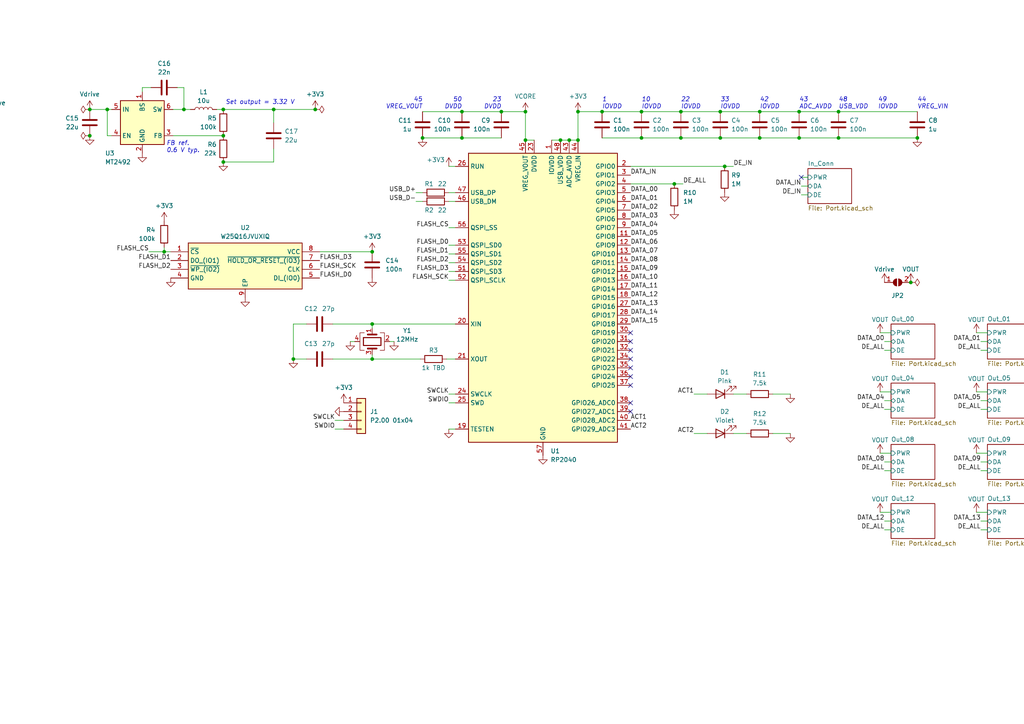
<source format=kicad_sch>
(kicad_sch (version 20230121) (generator eeschema)
  (paper "A4")
  (junction (at 220.345 32.385))
  (junction (at 26.035 31.75))
  (junction (at 165.1 40.64))
  (junction (at 107.95 73.025))
  (junction (at 174.625 32.385))
  (junction (at 220.345 40.005))
  (junction (at 243.205 40.005))
  (junction (at 31.115 31.75))
  (junction (at 266.065 40.005))
  (junction (at 152.4 32.385))
  (junction (at 186.055 40.005))
  (junction (at 197.485 40.005))
  (junction (at 64.77 39.37))
  (junction (at 195.58 53.34))
  (junction (at 26.035 39.37))
  (junction (at 243.205 32.385))
  (junction (at 167.64 40.64))
  (junction (at 47.625 73.025))
  (junction (at 186.055 32.385))
  (junction (at -70.485 40.64))
  (junction (at 133.985 32.385))
  (junction (at 79.375 31.75))
  (junction (at 208.915 40.005))
  (junction (at -28.575 37.465))
  (junction (at -70.485 43.18))
  (junction (at 231.775 32.385))
  (junction (at 85.09 104.14))
  (junction (at 162.56 40.64))
  (junction (at 107.95 104.14))
  (junction (at 91.44 31.75))
  (junction (at -68.58 25.4))
  (junction (at 167.64 32.385))
  (junction (at 264.16 81.915))
  (junction (at 145.415 32.385))
  (junction (at 107.95 93.98))
  (junction (at 197.485 32.385))
  (junction (at 231.775 40.005))
  (junction (at 64.77 31.75))
  (junction (at 152.4 40.64))
  (junction (at 53.34 31.75))
  (junction (at 133.985 40.005))
  (junction (at 64.77 46.99))
  (junction (at 210.185 48.26))
  (junction (at -46.99 74.93))
  (junction (at 208.915 32.385))
  (junction (at 122.555 40.005))
  (no_connect (at 182.88 96.52))
  (no_connect (at 182.88 111.76))
  (no_connect (at 182.88 99.06))
  (no_connect (at 182.88 119.38))
  (no_connect (at 182.88 104.14))
  (no_connect (at -93.345 63.5))
  (no_connect (at 182.88 106.68))
  (no_connect (at 182.88 109.22))
  (no_connect (at 232.41 51.435))
  (no_connect (at 182.88 116.84))
  (no_connect (at 182.88 101.6))
  (wire (pts (xy 311.15 131.445) (xy 314.325 131.445)))
  (wire (pts (xy -8.89 31.115) (xy -8.89 34.29)))
  (wire (pts (xy -69.215 43.18) (xy -70.485 43.18)))
  (wire (pts (xy -8.89 34.29) (xy -1.27 34.29)))
  (wire (pts (xy 130.175 66.04) (xy 132.08 66.04)))
  (wire (pts (xy 107.95 104.14) (xy 121.92 104.14)))
  (wire (pts (xy -51.435 26.035) (xy -51.435 27.94)))
  (wire (pts (xy 85.09 93.98) (xy 85.09 104.14)))
  (wire (pts (xy 232.41 51.435) (xy 234.315 51.435)))
  (wire (pts (xy 198.12 53.34) (xy 195.58 53.34)))
  (wire (pts (xy -28.575 37.465) (xy -22.225 37.465)))
  (wire (pts (xy -64.77 30.48) (xy -70.485 30.48)))
  (wire (pts (xy 64.77 31.75) (xy 79.375 31.75)))
  (wire (pts (xy 340.36 116.205) (xy 342.265 116.205)))
  (wire (pts (xy 208.915 40.005) (xy 220.345 40.005)))
  (wire (pts (xy 256.54 136.525) (xy 258.445 136.525)))
  (wire (pts (xy 339.09 148.59) (xy 342.265 148.59)))
  (wire (pts (xy 224.155 114.3) (xy 229.235 114.3)))
  (wire (pts (xy 47.625 73.025) (xy 43.18 73.025)))
  (wire (pts (xy 312.42 133.985) (xy 314.325 133.985)))
  (wire (pts (xy 284.48 133.985) (xy 286.385 133.985)))
  (wire (pts (xy 220.345 32.385) (xy 231.775 32.385)))
  (wire (pts (xy 31.115 31.75) (xy 32.385 31.75)))
  (wire (pts (xy 114.3 99.06) (xy 113.03 99.06)))
  (wire (pts (xy 41.275 26.67) (xy 41.275 25.4)))
  (wire (pts (xy 130.175 81.28) (xy 132.08 81.28)))
  (wire (pts (xy 312.42 101.6) (xy 314.325 101.6)))
  (wire (pts (xy 312.42 99.06) (xy 314.325 99.06)))
  (wire (pts (xy 340.36 101.6) (xy 342.265 101.6)))
  (wire (pts (xy 130.175 48.26) (xy 132.08 48.26)))
  (wire (pts (xy 340.36 136.525) (xy 342.265 136.525)))
  (wire (pts (xy -62.865 27.94) (xy -59.69 27.94)))
  (wire (pts (xy 162.56 40.64) (xy 165.1 40.64)))
  (wire (pts (xy 32.385 39.37) (xy 31.115 39.37)))
  (wire (pts (xy -70.485 43.18) (xy -70.485 45.72)))
  (wire (pts (xy 130.175 58.42) (xy 132.08 58.42)))
  (wire (pts (xy 92.71 73.025) (xy 107.95 73.025)))
  (wire (pts (xy 255.27 131.445) (xy 258.445 131.445)))
  (wire (pts (xy 312.42 151.13) (xy 314.325 151.13)))
  (wire (pts (xy 283.21 113.665) (xy 286.385 113.665)))
  (wire (pts (xy 130.175 76.2) (xy 132.08 76.2)))
  (wire (pts (xy 312.42 118.745) (xy 314.325 118.745)))
  (wire (pts (xy 255.27 96.52) (xy 258.445 96.52)))
  (wire (pts (xy 96.52 93.98) (xy 107.95 93.98)))
  (wire (pts (xy -70.485 38.1) (xy -70.485 40.64)))
  (wire (pts (xy 256.54 99.06) (xy 258.445 99.06)))
  (wire (pts (xy 122.555 40.005) (xy 133.985 40.005)))
  (wire (pts (xy 255.27 113.665) (xy 258.445 113.665)))
  (wire (pts (xy 107.95 93.98) (xy 107.95 95.25)))
  (wire (pts (xy 243.205 40.005) (xy 266.065 40.005)))
  (wire (pts (xy 53.34 25.4) (xy 51.435 25.4)))
  (wire (pts (xy 145.415 32.385) (xy 152.4 32.385)))
  (wire (pts (xy 167.64 32.385) (xy 174.625 32.385)))
  (wire (pts (xy 197.485 40.005) (xy 208.915 40.005)))
  (wire (pts (xy 340.36 151.13) (xy 342.265 151.13)))
  (wire (pts (xy 182.88 48.26) (xy 210.185 48.26)))
  (wire (pts (xy 88.9 93.98) (xy 85.09 93.98)))
  (wire (pts (xy 284.48 101.6) (xy 286.385 101.6)))
  (wire (pts (xy 212.725 48.26) (xy 210.185 48.26)))
  (wire (pts (xy 312.42 116.205) (xy 314.325 116.205)))
  (wire (pts (xy 122.555 32.385) (xy 133.985 32.385)))
  (wire (pts (xy 232.41 56.515) (xy 234.315 56.515)))
  (wire (pts (xy 79.375 31.75) (xy 79.375 35.56)))
  (wire (pts (xy 47.625 73.025) (xy 49.53 73.025)))
  (wire (pts (xy 107.95 102.87) (xy 107.95 104.14)))
  (wire (pts (xy 284.48 151.13) (xy 286.385 151.13)))
  (wire (pts (xy 186.055 40.005) (xy 197.485 40.005)))
  (wire (pts (xy 284.48 116.205) (xy 286.385 116.205)))
  (wire (pts (xy 216.535 125.73) (xy 212.725 125.73)))
  (wire (pts (xy 311.15 96.52) (xy 314.325 96.52)))
  (wire (pts (xy 312.42 136.525) (xy 314.325 136.525)))
  (wire (pts (xy -16.51 53.975) (xy -18.415 53.975)))
  (wire (pts (xy 130.175 71.12) (xy 132.08 71.12)))
  (wire (pts (xy -64.77 26.035) (xy -51.435 26.035)))
  (wire (pts (xy -28.575 37.465) (xy -28.575 46.355)))
  (wire (pts (xy -16.51 59.055) (xy -18.415 59.055)))
  (wire (pts (xy 41.275 25.4) (xy 43.815 25.4)))
  (wire (pts (xy 255.27 148.59) (xy 258.445 148.59)))
  (wire (pts (xy 311.15 148.59) (xy 314.325 148.59)))
  (wire (pts (xy 231.775 40.005) (xy 243.205 40.005)))
  (wire (pts (xy 311.15 113.665) (xy 314.325 113.665)))
  (wire (pts (xy 130.175 116.84) (xy 132.08 116.84)))
  (wire (pts (xy 201.295 125.73) (xy 205.105 125.73)))
  (wire (pts (xy 312.42 153.67) (xy 314.325 153.67)))
  (wire (pts (xy 120.65 55.88) (xy 122.555 55.88)))
  (wire (pts (xy 53.34 25.4) (xy 53.34 31.75)))
  (wire (pts (xy 197.485 32.385) (xy 208.915 32.385)))
  (wire (pts (xy 55.245 31.75) (xy 53.34 31.75)))
  (wire (pts (xy 50.165 31.75) (xy 53.34 31.75)))
  (wire (pts (xy 130.175 73.66) (xy 132.08 73.66)))
  (wire (pts (xy 130.175 55.88) (xy 132.08 55.88)))
  (wire (pts (xy 256.54 151.13) (xy 258.445 151.13)))
  (wire (pts (xy 284.48 136.525) (xy 286.385 136.525)))
  (wire (pts (xy 201.295 114.3) (xy 205.105 114.3)))
  (wire (pts (xy 256.54 101.6) (xy 258.445 101.6)))
  (wire (pts (xy 79.375 43.18) (xy 79.375 46.99)))
  (wire (pts (xy 97.155 121.92) (xy 99.695 121.92)))
  (wire (pts (xy 79.375 31.75) (xy 91.44 31.75)))
  (wire (pts (xy 174.625 32.385) (xy 186.055 32.385)))
  (wire (pts (xy 232.41 53.975) (xy 234.315 53.975)))
  (wire (pts (xy 101.6 99.06) (xy 102.87 99.06)))
  (wire (pts (xy 284.48 99.06) (xy 286.385 99.06)))
  (wire (pts (xy 340.36 153.67) (xy 342.265 153.67)))
  (wire (pts (xy 130.175 124.46) (xy 132.08 124.46)))
  (wire (pts (xy 167.64 32.385) (xy 167.64 40.64)))
  (wire (pts (xy 283.21 131.445) (xy 286.385 131.445)))
  (wire (pts (xy 220.345 40.005) (xy 231.775 40.005)))
  (wire (pts (xy 339.09 131.445) (xy 342.265 131.445)))
  (wire (pts (xy 340.36 133.985) (xy 342.265 133.985)))
  (wire (pts (xy 283.21 148.59) (xy 286.385 148.59)))
  (wire (pts (xy 129.54 104.14) (xy 132.08 104.14)))
  (wire (pts (xy 160.02 40.64) (xy 162.56 40.64)))
  (wire (pts (xy 243.205 32.385) (xy 266.065 32.385)))
  (wire (pts (xy -40.64 59.055) (xy -38.735 59.055)))
  (wire (pts (xy 165.1 40.64) (xy 167.64 40.64)))
  (wire (pts (xy 31.115 39.37) (xy 31.115 31.75)))
  (wire (pts (xy 208.915 32.385) (xy 220.345 32.385)))
  (wire (pts (xy 186.055 32.385) (xy 197.485 32.385)))
  (wire (pts (xy 79.375 46.99) (xy 64.77 46.99)))
  (wire (pts (xy 256.54 116.205) (xy 258.445 116.205)))
  (wire (pts (xy 62.865 31.75) (xy 64.77 31.75)))
  (wire (pts (xy 107.95 93.98) (xy 132.08 93.98)))
  (wire (pts (xy 231.775 32.385) (xy 243.205 32.385)))
  (wire (pts (xy 224.155 125.73) (xy 229.235 125.73)))
  (wire (pts (xy 256.54 133.985) (xy 258.445 133.985)))
  (wire (pts (xy 339.09 113.665) (xy 342.265 113.665)))
  (wire (pts (xy 174.625 40.005) (xy 186.055 40.005)))
  (wire (pts (xy 339.09 96.52) (xy 342.265 96.52)))
  (wire (pts (xy -69.215 40.64) (xy -70.485 40.64)))
  (wire (pts (xy 96.52 104.14) (xy 107.95 104.14)))
  (wire (pts (xy 152.4 40.64) (xy 154.94 40.64)))
  (wire (pts (xy 85.09 104.14) (xy 88.9 104.14)))
  (wire (pts (xy -64.77 26.035) (xy -64.77 30.48)))
  (wire (pts (xy 120.65 58.42) (xy 122.555 58.42)))
  (wire (pts (xy 133.985 32.385) (xy 145.415 32.385)))
  (wire (pts (xy 284.48 153.67) (xy 286.385 153.67)))
  (wire (pts (xy 284.48 118.745) (xy 286.385 118.745)))
  (wire (pts (xy 340.36 118.745) (xy 342.265 118.745)))
  (wire (pts (xy -62.865 27.94) (xy -62.865 33.02)))
  (wire (pts (xy 256.54 153.67) (xy 258.445 153.67)))
  (wire (pts (xy -40.64 53.975) (xy -38.735 53.975)))
  (wire (pts (xy 26.035 31.75) (xy 31.115 31.75)))
  (wire (pts (xy 152.4 32.385) (xy 152.4 40.64)))
  (wire (pts (xy 283.21 96.52) (xy 286.385 96.52)))
  (wire (pts (xy -68.58 25.4) (xy -70.485 25.4)))
  (wire (pts (xy 130.175 114.3) (xy 132.08 114.3)))
  (wire (pts (xy 340.36 99.06) (xy 342.265 99.06)))
  (wire (pts (xy 256.54 118.745) (xy 258.445 118.745)))
  (wire (pts (xy 130.175 78.74) (xy 132.08 78.74)))
  (wire (pts (xy 50.165 39.37) (xy 64.77 39.37)))
  (wire (pts (xy 47.625 71.755) (xy 47.625 73.025)))
  (wire (pts (xy 182.88 53.34) (xy 195.58 53.34)))
  (wire (pts (xy 97.155 124.46) (xy 99.695 124.46)))
  (wire (pts (xy 133.985 40.005) (xy 145.415 40.005)))
  (wire (pts (xy -62.865 33.02) (xy -70.485 33.02)))
  (wire (pts (xy 216.535 114.3) (xy 212.725 114.3)))
  (text "10\nIOVDD" (at 186.055 31.75 0) (effects (font (size 1.27 1.27) italic) (justify left bottom)))
  (text "50\nDVDD" (at 133.985 31.75 0) (effects (font (size 1.27 1.27) italic) (justify right bottom)))
  (text "45\nVREG_VOUT" (at 122.555 31.75 0) (effects (font (size 1.27 1.27) italic) (justify right bottom)))
  (text "22\nIOVDD" (at 197.485 31.75 0) (effects (font (size 1.27 1.27) italic) (justify left bottom)))
  (text "Set output = 3.32 V" (at 65.405 30.48 0) (effects (font (size 1.27 1.27) italic) (justify left bottom)))
  (text "23\nDVDD" (at 145.415 31.75 0) (effects (font (size 1.27 1.27) italic) (justify right bottom)))
  (text "44\nVREG_VIN" (at 266.065 31.75 0) (effects (font (size 1.27 1.27) italic) (justify left bottom)))
  (text "42\nIOVDD" (at 220.345 31.75 0) (effects (font (size 1.27 1.27) italic) (justify left bottom)))
  (text "33\nIOVDD" (at 208.915 31.75 0) (effects (font (size 1.27 1.27) italic) (justify left bottom)))
  (text "49\nIOVDD" (at 254.635 31.75 0) (effects (font (size 1.27 1.27) italic) (justify left bottom)))
  (text "FB ref.\n0.6 V typ." (at 48.26 44.45 0) (effects (font (size 1.27 1.27) italic) (justify left bottom)))
  (text "43\nADC_AVDD" (at 231.775 31.75 0) (effects (font (size 1.27 1.27) italic) (justify left bottom)))
  (text "1\nIOVDD" (at 174.625 31.75 0) (effects (font (size 1.27 1.27) italic) (justify left bottom)))
  (text "48\nUSB_VDD" (at 243.205 31.75 0) (effects (font (size 1.27 1.27) italic) (justify left bottom)))
  (label "DATA_07" (at 340.36 116.205 180))
  (label "ACT1" (at 201.295 114.3 180))
  (label "FLASH_SCK" (at 92.71 78.105 0))
  (label "DATA_00" (at 182.88 55.88 0))
  (label "USB_D+" (at 120.65 55.88 180))
  (label "USB_RAW_D+" (at -40.64 53.975 180))
  (label "DATA_03" (at 340.36 99.06 180))
  (label "DATA_14" (at 182.88 91.44 0))
  (label "DATA_IN" (at 182.88 50.8 0))
  (label "USB_D+" (at -40.64 59.055 180))
  (label "ACT2" (at 201.295 125.73 180))
  (label "SWDIO" (at 97.155 124.46 180))
  (label "USB_RAW_D-" (at -69.215 40.64 0))
  (label "DATA_11" (at 340.36 133.985 180))
  (label "DE_ALL" (at 284.48 101.6 180))
  (label "DE_ALL" (at 256.54 153.67 180))
  (label "DATA_05" (at 182.88 68.58 0))
  (label "USB_RAW_D-" (at -16.51 53.975 0))
  (label "DATA_04" (at 256.54 116.205 180))
  (label "DATA_06" (at 182.88 71.12 0))
  (label "DE_ALL" (at 312.42 101.6 180))
  (label "FLASH_D0" (at 130.175 71.12 180))
  (label "FLASH_SCK" (at 130.175 81.28 180))
  (label "DATA_02" (at 312.42 99.06 180))
  (label "DATA_14" (at 312.42 151.13 180))
  (label "DATA_11" (at 182.88 83.82 0))
  (label "FLASH_D2" (at 130.175 76.2 180))
  (label "DE_ALL" (at 284.48 153.67 180))
  (label "FLASH_D2" (at 49.53 78.105 180))
  (label "DE_ALL" (at 284.48 118.745 180))
  (label "DE_ALL" (at 256.54 101.6 180))
  (label "DE_ALL" (at 312.42 136.525 180))
  (label "USB_D-" (at 120.65 58.42 180))
  (label "DE_ALL" (at 256.54 118.745 180))
  (label "FLASH_CS" (at 43.18 73.025 180))
  (label "DATA_13" (at 182.88 88.9 0))
  (label "DATA_04" (at 182.88 66.04 0))
  (label "DATA_03" (at 182.88 63.5 0))
  (label "FLASH_D1" (at 130.175 73.66 180))
  (label "DE_ALL" (at 340.36 118.745 180))
  (label "DE_ALL" (at 340.36 101.6 180))
  (label "DE_ALL" (at 198.12 53.34 0))
  (label "DATA_07" (at 182.88 73.66 0))
  (label "DATA_08" (at 182.88 76.2 0))
  (label "DATA_15" (at 340.36 151.13 180))
  (label "DATA_09" (at 182.88 78.74 0))
  (label "DATA_15" (at 182.88 93.98 0))
  (label "DE_ALL" (at 340.36 153.67 180))
  (label "USB_D-" (at -16.51 59.055 0))
  (label "DATA_05" (at 284.48 116.205 180))
  (label "DE_ALL" (at 312.42 153.67 180))
  (label "ACT2" (at 182.88 124.46 0))
  (label "DATA_00" (at 256.54 99.06 180))
  (label "DATA_13" (at 284.48 151.13 180))
  (label "DATA_01" (at 182.88 58.42 0))
  (label "DATA_06" (at 312.42 116.205 180))
  (label "DE_ALL" (at 312.42 118.745 180))
  (label "FLASH_D1" (at 49.53 75.565 180))
  (label "DATA_01" (at 284.48 99.06 180))
  (label "DE_ALL" (at 256.54 136.525 180))
  (label "SWCLK" (at 130.175 114.3 180))
  (label "SWDIO" (at 130.175 116.84 180))
  (label "DATA_09" (at 284.48 133.985 180))
  (label "DATA_12" (at 256.54 151.13 180))
  (label "ACT1" (at 182.88 121.92 0))
  (label "FLASH_D3" (at 92.71 75.565 0))
  (label "DATA_08" (at 256.54 133.985 180))
  (label "DE_ALL" (at 340.36 136.525 180))
  (label "USB_RAW_D+" (at -69.215 43.18 0))
  (label "DE_ALL" (at 284.48 136.525 180))
  (label "DATA_IN" (at 232.41 53.975 180))
  (label "FLASH_CS" (at 130.175 66.04 180))
  (label "DATA_02" (at 182.88 60.96 0))
  (label "FLASH_D0" (at 92.71 80.645 0))
  (label "FLASH_D3" (at 130.175 78.74 180))
  (label "DE_IN" (at 232.41 56.515 180))
  (label "DE_IN" (at 212.725 48.26 0))
  (label "SWCLK" (at 97.155 121.92 180))
  (label "DATA_12" (at 182.88 86.36 0))
  (label "DATA_10" (at 312.42 133.985 180))
  (label "DATA_10" (at 182.88 81.28 0))
  (symbol (lib_id "Device:R") (at 125.73 104.14 90) (unit 1)
    (property "Reference" "R3" (at 125.73 101.6 90))
    (property "Value" "1k TBD" (at 125.73 106.68 90))
    (property "Footprint" "Resistor_SMD:R_0402_1005Metric" (effects hide))
  )
  (symbol (lib_id "Device:C") (at 186.055 36.195 0) (unit 1)
    (property "Reference" "C2" (at 189.23 34.925 0) (effects (justify left)))
    (property "Value" "100n" (at 189.23 37.465 0) (effects (justify left)))
    (property "Footprint" "Capacitor_SMD:C_0402_1005Metric" (effects hide))
  )
  (symbol (lib_id "Device:C") (at 122.555 36.195 0) (mirror y) (unit 1)
    (property "Reference" "C11" (at 119.38 34.925 0) (effects (justify left)))
    (property "Value" "1u" (at 119.38 37.465 0) (effects (justify left)))
    (property "Footprint" "Capacitor_SMD:C_0402_1005Metric" (effects hide))
  )
  (symbol (lib_id "Case_symbols:VOUT") (at 283.21 131.445 0) (unit 1)
    (property "Reference" "#PWR053" (effects hide))
    (property "Value" "VOUT" (at 283.21 127.635 0))
  )
  (symbol (lib_id "power:GND") (at 157.48 132.08 0) (unit 1)
    (property "Reference" "#PWR020" (effects hide))
    (property "Value" "GND" (effects hide))
  )
  (symbol (lib_id "power:GND") (at 195.58 60.96 0) (unit 1)
    (property "Reference" "#PWR042" (effects hide))
    (property "Value" "GND" (effects hide))
  )
  (symbol (lib_id "Device:C") (at 243.205 36.195 0) (unit 1)
    (property "Reference" "C7" (at 246.38 34.925 0) (effects (justify left)))
    (property "Value" "100n" (at 246.38 37.465 0) (effects (justify left)))
    (property "Footprint" "Capacitor_SMD:C_0402_1005Metric" (effects hide))
  )
  (symbol (lib_id "power:PWR_FLAG") (at -68.58 25.4 270) (unit 1)
    (property "Reference" "#FLG04" (effects hide))
    (property "Value" "PWR_FLAG" (effects hide))
  )
  (symbol (lib_id "Device:C") (at 133.985 36.195 0) (mirror y) (unit 1)
    (property "Reference" "C10" (at 130.81 34.925 0) (effects (justify left)))
    (property "Value" "100n" (at 130.81 37.465 0) (effects (justify left)))
    (property "Footprint" "Capacitor_SMD:C_0402_1005Metric" (effects hide))
  )
  (symbol (lib_id "power:GND") (at 229.235 114.3 0) (unit 1)
    (property "Reference" "#PWR059" (effects hide))
    (property "Value" "GND" (effects hide))
  )
  (symbol (lib_id "power:Vdrive") (at 26.035 31.75 0) (unit 1)
    (property "Reference" "#PWR01" (effects hide))
    (property "Value" "Vdrive" (at 26.035 27.305 0))
  )
  (symbol (lib_id "power:PWR_FLAG") (at 26.035 31.75 90) (unit 1)
    (property "Reference" "#FLG02" (effects hide))
    (property "Value" "PWR_FLAG" (effects hide))
  )
  (symbol (lib_id "Jumper:SolderJumper_3_Open") (at -8.89 27.305 0) (unit 1)
    (property "Reference" "JP1" (at -8.89 24.13 0))
    (property "Value" "SolderJumper_3_Open" (effects hide))
    (property "Footprint" "Jumper:SolderJumper-3_P1.3mm_Open_RoundedPad1.0x1.5mm" (effects hide))
  )
  (symbol (lib_id "MCU_RaspberryPi:RP2040") (at 157.48 86.36 0) (unit 1)
    (property "Reference" "U1" (at 159.6741 130.81 0) (effects (justify left)))
    (property "Value" "RP2040" (at 159.6741 133.35 0) (effects (justify left)))
    (property "Footprint" "Package_DFN_QFN:QFN-56-1EP_7x7mm_P0.4mm_EP3.2x3.2mm" (effects hide))
    (property "Datasheet" "https://datasheets.raspberrypi.com/rp2040/rp2040-datasheet.pdf" (effects hide))
  )
  (symbol (lib_id "Case_symbols:VOUT") (at 311.15 113.665 0) (unit 1)
    (property "Reference" "#PWR049" (effects hide))
    (property "Value" "VOUT" (at 311.15 109.855 0))
  )
  (symbol (lib_id "power:PWR_FLAG") (at 264.16 81.915 270) (unit 1)
    (property "Reference" "#FLG06" (effects hide))
    (property "Value" "PWR_FLAG" (effects hide))
  )
  (symbol (lib_id "power:GND") (at 64.77 46.99 0) (mirror y) (unit 1)
    (property "Reference" "#PWR05" (effects hide))
    (property "Value" "GND" (effects hide))
  )
  (symbol (lib_id "power:GND") (at 130.175 124.46 0) (unit 1)
    (property "Reference" "#PWR018" (effects hide))
    (property "Value" "GND" (effects hide))
  )
  (symbol (lib_id "power:+5V") (at -28.575 37.465 0) (unit 1)
    (property "Reference" "#PWR023" (effects hide))
    (property "Value" "+5V" (at -28.575 33.02 0))
  )
  (symbol (lib_id "Device:R") (at -51.435 31.75 0) (mirror x) (unit 1)
    (property "Reference" "R7" (at -49.53 30.48 0) (effects (justify left)))
    (property "Value" "5.1k" (at -49.53 33.02 0) (effects (justify left)))
    (property "Footprint" "Resistor_SMD:R_0402_1005Metric" (effects hide))
  )
  (symbol (lib_id "power:GND") (at -51.435 35.56 0) (unit 1)
    (property "Reference" "#PWR029" (effects hide))
    (property "Value" "GND" (effects hide))
  )
  (symbol (lib_id "Device:R") (at 210.185 52.07 0) (unit 1)
    (property "Reference" "R9" (at 212.09 50.8 0) (effects (justify left)))
    (property "Value" "1M" (at 212.09 53.34 0) (effects (justify left)))
    (property "Footprint" "Resistor_SMD:R_0402_1005Metric" (effects hide))
  )
  (symbol (lib_id "Device:R") (at 64.77 43.18 0) (mirror y) (unit 1)
    (property "Reference" "R6" (at 62.865 41.91 0) (effects (justify left)))
    (property "Value" "22k" (at 62.865 44.45 0) (effects (justify left)))
    (property "Footprint" "Resistor_SMD:R_0402_1005Metric" (effects hide))
  )
  (symbol (lib_id "Device:R") (at 47.625 67.945 180) (unit 1)
    (property "Reference" "R4" (at 45.085 66.675 0) (effects (justify left)))
    (property "Value" "100k" (at 45.085 69.215 0) (effects (justify left)))
    (property "Footprint" "Resistor_SMD:R_0402_1005Metric" (effects hide))
  )
  (symbol (lib_id "power:+3V3") (at 167.64 32.385 0) (unit 1)
    (property "Reference" "#PWR021" (effects hide))
    (property "Value" "+3V3" (at 167.64 27.94 0))
  )
  (symbol (lib_id "Device:C") (at 26.035 35.56 0) (mirror y) (unit 1)
    (property "Reference" "C15" (at 22.86 34.29 0) (effects (justify left)))
    (property "Value" "22u" (at 22.86 36.83 0) (effects (justify left)))
    (property "Footprint" "Capacitor_SMD:C_0603_1608Metric" (effects hide))
  )
  (symbol (lib_id "MT2492:MT2492") (at 32.385 31.75 0) (unit 1)
    (property "Reference" "U3" (at 30.48 44.45 0) (effects (justify left)))
    (property "Value" "MT2492" (at 30.48 46.99 0) (effects (justify left)))
    (property "Footprint" "Package_TO_SOT_SMD:SOT-23-6" (effects hide))
    (property "Datasheet" "https://datasheet.lcsc.com/lcsc/1810262207_XI-AN-Aerosemi-Tech-MT2492_C89358.pdf" (effects hide))
    (property "Height" "1.45" (effects hide))
    (property "Manufacturer_Name" "Aerosemi" (effects hide))
    (property "Manufacturer_Part_Number" "MT2492" (effects hide))
  )
  (symbol (lib_id "power:GND") (at -28.575 66.675 0) (unit 1)
    (property "Reference" "#PWR024" (effects hide))
    (property "Value" "GND" (effects hide))
  )
  (symbol (lib_id "power:GND") (at 71.12 86.36 0) (unit 1)
    (property "Reference" "#PWR06" (effects hide))
    (property "Value" "GND" (effects hide))
  )
  (symbol (lib_id "Device:R") (at 220.345 125.73 90) (unit 1)
    (property "Reference" "R12" (at 220.345 120.015 90))
    (property "Value" "7.5k" (at 220.345 122.555 90))
    (property "Footprint" "Resistor_SMD:R_0402_1005Metric" (effects hide))
  )
  (symbol (lib_id "Power_Protection:USBLC6-2SC6") (at -28.575 56.515 0) (unit 1)
    (property "Reference" "U4" (at -25.4 66.04 0) (effects (justify left)))
    (property "Value" "USBLC6-2SC6" (at -25.4 68.58 0) (effects (justify left)))
    (property "Footprint" "Package_TO_SOT_SMD:SOT-23-6" (effects hide))
    (property "Datasheet" "https://www.st.com/resource/en/datasheet/usblc6-2.pdf" (effects hide))
  )
  (symbol (lib_id "Connector_Generic:Conn_01x04") (at 104.775 119.38 0) (unit 1)
    (property "Reference" "J1" (at 107.315 119.38 0) (effects (justify left)))
    (property "Value" "P2.00 01x04" (at 107.315 121.92 0) (effects (justify left)))
    (property "Footprint" "Case_footprints:TestPoints_1x04_P2.0" (effects hide))
  )
  (symbol (lib_id "power:+3V3") (at 47.625 64.135 0) (unit 1)
    (property "Reference" "#PWR016" (effects hide))
    (property "Value" "+3V3" (at 47.625 59.69 0))
  )
  (symbol (lib_id "Case_symbols:VOUT") (at 255.27 96.52 0) (unit 1)
    (property "Reference" "#PWR041" (effects hide))
    (property "Value" "VOUT" (at 255.27 92.71 0))
  )
  (symbol (lib_id "Case_symbols:VOUT") (at 264.16 81.915 0) (unit 1)
    (property "Reference" "#PWR037" (effects hide))
    (property "Value" "VOUT" (at 264.16 78.105 0))
  )
  (symbol (lib_id "Case_symbols:VOUT") (at 311.15 131.445 0) (unit 1)
    (property "Reference" "#PWR055" (effects hide))
    (property "Value" "VOUT" (at 311.15 127.635 0))
  )
  (symbol (lib_id "Device:C") (at 107.95 76.835 0) (unit 1)
    (property "Reference" "C14" (at 111.76 75.565 0) (effects (justify left)))
    (property "Value" "100n" (at 111.76 78.105 0) (effects (justify left)))
    (property "Footprint" "Capacitor_SMD:C_0402_1005Metric" (effects hide))
  )
  (symbol (lib_id "Device:R") (at 126.365 58.42 90) (mirror x) (unit 1)
    (property "Reference" "R2" (at 124.46 60.96 90))
    (property "Value" "22" (at 128.27 60.96 90))
    (property "Footprint" "Resistor_SMD:R_0402_1005Metric" (effects hide))
  )
  (symbol (lib_id "Case_symbols:VOUT") (at 339.09 131.445 0) (unit 1)
    (property "Reference" "#PWR057" (effects hide))
    (property "Value" "VOUT" (at 339.09 127.635 0))
  )
  (symbol (lib_id "Case_symbols:VOUT") (at 339.09 148.59 0) (unit 1)
    (property "Reference" "#PWR058" (effects hide))
    (property "Value" "VOUT" (at 339.09 144.78 0))
  )
  (symbol (lib_id "Device:C") (at 174.625 36.195 0) (unit 1)
    (property "Reference" "C1" (at 177.8 34.925 0) (effects (justify left)))
    (property "Value" "100n" (at 177.8 37.465 0) (effects (justify left)))
    (property "Footprint" "Capacitor_SMD:C_0402_1005Metric" (effects hide))
  )
  (symbol (lib_id "power:+3V3") (at 107.95 73.025 0) (unit 1)
    (property "Reference" "#PWR012" (effects hide))
    (property "Value" "+3V3" (at 107.95 68.58 0))
  )
  (symbol (lib_id "power:GND") (at 107.95 80.645 0) (unit 1)
    (property "Reference" "#PWR013" (effects hide))
    (property "Value" "GND" (effects hide))
  )
  (symbol (lib_id "Device:R") (at 126.365 55.88 90) (unit 1)
    (property "Reference" "R1" (at 124.46 53.34 90))
    (property "Value" "22" (at 128.27 53.34 90))
    (property "Footprint" "Resistor_SMD:R_0402_1005Metric" (effects hide))
  )
  (symbol (lib_id "Connector:USB_C_Receptacle_USB2.0_14P") (at -85.725 40.64 0) (unit 1)
    (property "Reference" "J2" (at -85.725 17.78 0))
    (property "Value" "USB_C_Receptacle_USB2.0_14P" (at -85.725 20.32 0))
    (property "Footprint" "Connector_USB:USB_C_Receptacle_HRO_TYPE-C-31-M-12" (effects hide))
    (property "Datasheet" "https://www.usb.org/sites/default/files/documents/usb_type-c.zip" (effects hide))
  )
  (symbol (lib_id "Case_symbols:VOUT") (at 311.15 96.52 0) (unit 1)
    (property "Reference" "#PWR045" (effects hide))
    (property "Value" "VOUT" (at 311.15 92.71 0))
  )
  (symbol (lib_id "power:GND") (at -22.225 45.085 0) (mirror y) (unit 1)
    (property "Reference" "#PWR025" (effects hide))
    (property "Value" "GND" (effects hide))
  )
  (symbol (lib_id "Device:R") (at 220.345 114.3 90) (unit 1)
    (property "Reference" "R11" (at 220.345 108.585 90))
    (property "Value" "7.5k" (at 220.345 111.125 90))
    (property "Footprint" "Resistor_SMD:R_0402_1005Metric" (effects hide))
  )
  (symbol (lib_id "Device:C") (at 79.375 39.37 0) (unit 1)
    (property "Reference" "C17" (at 82.55 38.1 0) (effects (justify left)))
    (property "Value" "22u" (at 82.55 40.64 0) (effects (justify left)))
    (property "Footprint" "Capacitor_SMD:C_0603_1608Metric" (effects hide))
  )
  (symbol (lib_id "Device:C") (at 208.915 36.195 0) (unit 1)
    (property "Reference" "C4" (at 212.09 34.925 0) (effects (justify left)))
    (property "Value" "100n" (at 212.09 37.465 0) (effects (justify left)))
    (property "Footprint" "Capacitor_SMD:C_0402_1005Metric" (effects hide))
  )
  (symbol (lib_id "Case_symbols:VCORE") (at 152.4 32.385 0) (unit 1)
    (property "Reference" "#PWR019" (effects hide))
    (property "Value" "VCORE" (at 152.4 27.94 0))
  )
  (symbol (lib_id "Device:C") (at 92.71 104.14 90) (unit 1)
    (property "Reference" "C13" (at 90.17 99.695 90))
    (property "Value" "27p" (at 95.25 99.695 90))
    (property "Footprint" "Capacitor_SMD:C_0402_1005Metric" (effects hide))
  )
  (symbol (lib_id "power:+3V3") (at 130.175 48.26 0) (unit 1)
    (property "Reference" "#PWR017" (effects hide))
    (property "Value" "+3V3" (at 126.365 46.355 0))
  )
  (symbol (lib_id "Case_symbols:VOUT") (at 255.27 113.665 0) (unit 1)
    (property "Reference" "#PWR047" (effects hide))
    (property "Value" "VOUT" (at 255.27 109.855 0))
  )
  (symbol (lib_id "Device:R") (at 64.77 35.56 0) (mirror y) (unit 1)
    (property "Reference" "R5" (at 62.865 34.29 0) (effects (justify left)))
    (property "Value" "100k" (at 62.865 36.83 0) (effects (justify left)))
    (property "Footprint" "Resistor_SMD:R_0402_1005Metric" (effects hide))
  )
  (symbol (lib_id "Case_symbols:VIN") (at -46.99 74.93 0) (unit 1)
    (property "Reference" "#PWR033" (effects hide))
    (property "Value" "VIN" (at -46.99 70.485 0))
  )
  (symbol (lib_id "Device:R") (at 195.58 57.15 0) (unit 1)
    (property "Reference" "R10" (at 198.12 55.88 0) (effects (justify left)))
    (property "Value" "1M" (at 198.12 58.42 0) (effects (justify left)))
    (property "Footprint" "Resistor_SMD:R_0402_1005Metric" (effects hide))
  )
  (symbol (lib_id "power:GND") (at 266.065 40.005 0) (unit 1)
    (property "Reference" "#PWR022" (effects hide))
    (property "Value" "GND" (effects hide))
  )
  (symbol (lib_id "Device:C") (at 231.775 36.195 0) (unit 1)
    (property "Reference" "C6" (at 234.95 34.925 0) (effects (justify left)))
    (property "Value" "100n" (at 234.95 37.465 0) (effects (justify left)))
    (property "Footprint" "Capacitor_SMD:C_0402_1005Metric" (effects hide))
  )
  (symbol (lib_id "Device:L") (at 59.055 31.75 90) (unit 1)
    (property "Reference" "L1" (at 59.055 26.67 90))
    (property "Value" "10u" (at 59.055 29.21 90))
    (property "Footprint" "Inductor_SMD:L_Changjiang_FNR5030S" (effects hide))
  )
  (symbol (lib_id "power:PWR_FLAG") (at 91.44 31.75 270) (unit 1)
    (property "Reference" "#FLG01" (effects hide))
    (property "Value" "PWR_FLAG" (effects hide))
  )
  (symbol (lib_id "Device:R") (at -59.69 31.75 0) (mirror x) (unit 1)
    (property "Reference" "R8" (at -57.785 30.48 0) (effects (justify left)))
    (property "Value" "5.1k" (at -57.785 33.02 0) (effects (justify left)))
    (property "Footprint" "Resistor_SMD:R_0402_1005Metric" (effects hide))
  )
  (symbol (lib_id "Case_symbols:VOUT") (at 339.09 96.52 0) (unit 1)
    (property "Reference" "#PWR046" (effects hide))
    (property "Value" "VOUT" (at 339.09 92.71 0))
  )
  (symbol (lib_id "power:GND") (at 114.3 99.06 0) (unit 1)
    (property "Reference" "#PWR014" (effects hide))
    (property "Value" "GND" (effects hide))
  )
  (symbol (lib_id "power:+5V") (at -13.97 27.305 0) (unit 1)
    (property "Reference" "#PWR031" (effects hide))
    (property "Value" "+5V" (at -13.97 22.86 0))
  )
  (symbol (lib_id "power:GND") (at 85.09 104.14 0) (unit 1)
    (property "Reference" "#PWR07" (effects hide))
    (property "Value" "GND" (effects hide))
  )
  (symbol (lib_id "power:GND") (at 122.555 40.005 0) (unit 1)
    (property "Reference" "#PWR015" (effects hide))
    (property "Value" "GND" (effects hide))
  )
  (symbol (lib_id "power:GND") (at 49.53 80.645 0) (unit 1)
    (property "Reference" "#PWR04" (effects hide))
    (property "Value" "GND" (effects hide))
  )
  (symbol (lib_id "Device:Crystal_GND24") (at 107.95 99.06 270) (unit 1)
    (property "Reference" "Y1" (at 118.11 95.885 90))
    (property "Value" "12MHz" (at 118.11 98.425 90))
    (property "Footprint" "Crystal:Crystal_SMD_3225-4Pin_3.2x2.5mm" (effects hide))
  )
  (symbol (lib_id "Case_symbols:VOUT") (at 283.21 113.665 0) (unit 1)
    (property "Reference" "#PWR048" (effects hide))
    (property "Value" "VOUT" (at 283.21 109.855 0))
  )
  (symbol (lib_id "power:GND") (at 41.275 44.45 0) (mirror y) (unit 1)
    (property "Reference" "#PWR03" (effects hide))
    (property "Value" "GND" (effects hide))
  )
  (symbol (lib_id "power:PWR_FLAG") (at -46.99 74.93 90) (unit 1)
    (property "Reference" "#FLG05" (effects hide))
    (property "Value" "PWR_FLAG" (effects hide))
  )
  (symbol (lib_id "power:GND") (at 99.695 119.38 270) (unit 1)
    (property "Reference" "#PWR010" (effects hide))
    (property "Value" "GND" (effects hide))
  )
  (symbol (lib_id "W25Q16JVUXIQ:W25Q16JVUXIQ") (at 49.53 73.025 0) (unit 1)
    (property "Reference" "U2" (at 71.12 66.04 0))
    (property "Value" "W25Q16JVUXIQ" (at 71.12 68.58 0))
    (property "Footprint" "W25Q16JVUXIQ:SON50P300X200X60-9N" (effects hide))
    (property "Datasheet" "https://www.winbond.com/hq/search-resource-file.jsp?partNo=W25Q16JVUXIQ&type=datasheet" (effects hide))
    (property "Height" "0.6" (effects hide))
    (property "Manufacturer_Name" "Winbond" (effects hide))
    (property "Manufacturer_Part_Number" "W25Q16JVUXIQ" (effects hide))
  )
  (symbol (lib_id "Case_symbols:VOUT") (at 311.15 148.59 0) (unit 1)
    (property "Reference" "#PWR056" (effects hide))
    (property "Value" "VOUT" (at 311.15 144.78 0))
  )
  (symbol (lib_id "Device:C") (at -22.225 41.275 0) (unit 1)
    (property "Reference" "C18" (at -19.05 40.005 0) (effects (justify left)))
    (property "Value" "100n" (at -19.05 42.545 0) (effects (justify left)))
    (property "Footprint" "Capacitor_SMD:C_0402_1005Metric" (effects hide))
  )
  (symbol (lib_id "Device:C") (at 266.065 36.195 0) (unit 1)
    (property "Reference" "C8" (at 269.24 34.925 0) (effects (justify left)))
    (property "Value" "1u" (at 269.24 37.465 0) (effects (justify left)))
    (property "Footprint" "Capacitor_SMD:C_0402_1005Metric" (effects hide))
  )
  (symbol (lib_id "Connector_Generic:Conn_01x02") (at -41.91 74.93 0) (unit 1)
    (property "Reference" "J3" (at -38.735 76.2 0) (effects (justify left)))
    (property "Value" "Conn_01x02" (effects hide))
    (property "Footprint" "Connector_PinHeader_2.54mm:PinHeader_1x02_P2.54mm_Vertical" (effects hide))
  )
  (symbol (lib_id "Case_symbols:VOUT") (at 255.27 131.445 0) (unit 1)
    (property "Reference" "#PWR051" (effects hide))
    (property "Value" "VOUT" (at 255.27 127.635 0))
  )
  (symbol (lib_id "power:Vdrive") (at 256.54 81.915 0) (unit 1)
    (property "Reference" "#PWR035" (effects hide))
    (property "Value" "Vdrive" (at 256.54 78.105 0))
  )
  (symbol (lib_id "power:GND") (at 101.6 99.06 0) (unit 1)
    (property "Reference" "#PWR011" (effects hide))
    (property "Value" "GND" (effects hide))
  )
  (symbol (lib_id "Device:C") (at 145.415 36.195 0) (mirror y) (unit 1)
    (property "Reference" "C9" (at 142.24 34.925 0) (effects (justify left)))
    (property "Value" "100n" (at 142.24 37.465 0) (effects (justify left)))
    (property "Footprint" "Capacitor_SMD:C_0402_1005Metric" (effects hide))
  )
  (symbol (lib_id "power:GND") (at 229.235 125.73 0) (unit 1)
    (property "Reference" "#PWR060" (effects hide))
    (property "Value" "GND" (effects hide))
  )
  (symbol (lib_id "power:GND") (at 210.185 55.88 0) (unit 1)
    (property "Reference" "#PWR043" (effects hide))
    (property "Value" "GND" (effects hide))
  )
  (symbol (lib_id "Device:C") (at 47.625 25.4 90) (unit 1)
    (property "Reference" "C16" (at 47.625 18.415 90))
    (property "Value" "22n" (at 47.625 20.955 90))
    (property "Footprint" "Capacitor_SMD:C_0402_1005Metric" (effects hide))
  )
  (symbol (lib_id "power:+3V3") (at 99.695 116.84 0) (unit 1)
    (property "Reference" "#PWR09" (effects hide))
    (property "Value" "+3V3" (at 99.695 112.395 0))
  )
  (symbol (lib_id "Case_symbols:VOUT") (at 339.09 113.665 0) (unit 1)
    (property "Reference" "#PWR050" (effects hide))
    (property "Value" "VOUT" (at 339.09 109.855 0))
  )
  (symbol (lib_id "power:GND") (at -85.725 63.5 0) (unit 1)
    (property "Reference" "#PWR026" (effects hide))
    (property "Value" "GND" (effects hide))
  )
  (symbol (lib_id "power:Vdrive") (at -1.27 34.29 0) (unit 1)
    (property "Reference" "#PWR032" (effects hide))
    (property "Value" "Vdrive" (at -1.27 29.845 0))
  )
  (symbol (lib_id "power:GND") (at -59.69 35.56 0) (unit 1)
    (property "Reference" "#PWR028" (effects hide))
    (property "Value" "GND" (effects hide))
  )
  (symbol (lib_id "Case_symbols:VOUT") (at 283.21 96.52 0) (unit 1)
    (property "Reference" "#PWR044" (effects hide))
    (property "Value" "VOUT" (at 283.21 92.71 0))
  )
  (symbol (lib_id "Case_symbols:VIN") (at -3.81 27.305 0) (unit 1)
    (property "Reference" "#PWR030" (effects hide))
    (property "Value" "VIN" (at -3.81 22.86 0))
  )
  (symbol (lib_id "Device:C") (at 220.345 36.195 0) (unit 1)
    (property "Reference" "C5" (at 223.52 34.925 0) (effects (justify left)))
    (property "Value" "100n" (at 223.52 37.465 0) (effects (justify left)))
    (property "Footprint" "Capacitor_SMD:C_0402_1005Metric" (effects hide))
  )
  (symbol (lib_id "power:GND") (at 26.035 39.37 0) (mirror y) (unit 1)
    (property "Reference" "#PWR02" (effects hide))
    (property "Value" "GND" (effects hide))
  )
  (symbol (lib_id "Device:C") (at 92.71 93.98 90) (unit 1)
    (property "Reference" "C12" (at 90.17 89.535 90))
    (property "Value" "27p" (at 95.25 89.535 90))
    (property "Footprint" "Capacitor_SMD:C_0402_1005Metric" (effects hide))
  )
  (symbol (lib_id "Case_symbols:VOUT") (at 283.21 148.59 0) (unit 1)
    (property "Reference" "#PWR054" (effects hide))
    (property "Value" "VOUT" (at 283.21 144.78 0))
  )
  (symbol (lib_id "Device:LED") (at 208.915 125.73 180) (unit 1)
    (property "Reference" "D2" (at 210.185 119.38 0))
    (property "Value" "Violet" (at 210.185 121.92 0))
    (property "Footprint" "LED_SMD:LED_0603_1608Metric" (effects hide))
  )
  (symbol (lib_id "Device:LED") (at 208.915 114.3 180) (unit 1)
    (property "Reference" "D1" (at 210.185 107.95 0))
    (property "Value" "Pink" (at 210.185 110.49 0))
    (property "Footprint" "LED_SMD:LED_0603_1608Metric" (effects hide))
  )
  (symbol (lib_id "power:+3V3") (at 91.44 31.75 0) (unit 1)
    (property "Reference" "#PWR08" (effects hide))
    (property "Value" "+3V3" (at 91.44 27.305 0))
  )
  (symbol (lib_id "Device:C") (at 197.485 36.195 0) (unit 1)
    (property "Reference" "C3" (at 200.66 34.925 0) (effects (justify left)))
    (property "Value" "100n" (at 200.66 37.465 0) (effects (justify left)))
    (property "Footprint" "Capacitor_SMD:C_0402_1005Metric" (effects hide))
  )
  (symbol (lib_id "power:GND") (at -46.99 77.47 0) (unit 1)
    (property "Reference" "#PWR034" (effects hide))
    (property "Value" "GND" (effects hide))
  )
  (symbol (lib_id "Case_symbols:VOUT") (at 255.27 148.59 0) (unit 1)
    (property "Reference" "#PWR052" (effects hide))
    (property "Value" "VOUT" (at 255.27 144.78 0))
  )
  (symbol (lib_id "power:+5V") (at -68.58 25.4 0) (unit 1)
    (property "Reference" "#PWR027" (effects hide))
    (property "Value" "+5V" (at -68.58 20.955 0))
  )
  (symbol (lib_id "power:PWR_FLAG") (at 26.035 39.37 90) (unit 1)
    (property "Reference" "#FLG03" (effects hide))
    (property "Value" "PWR_FLAG" (effects hide))
  )
  (symbol (lib_id "Jumper:SolderJumper_2_Open") (at 260.35 81.915 0) (unit 1)
    (property "Reference" "JP2" (at 260.35 85.725 0))
    (property "Value" "SolderJumper_2_Open" (effects hide))
    (property "Footprint" "Jumper:SolderJumper-2_P1.3mm_Open_RoundedPad1.0x1.5mm" (effects hide))
  )
  (sheet (at 286.385 146.05) (size 12.7 10.16) (stroke (width 0.1524))
    (property "Sheetname" "Out_13" (at 286.385 145.3384 0) (effects (justify left bottom)))
    (property "Sheetfile" "Port.kicad_sch" (at 286.385 156.845 0) (effects (justify left top)))
    (pin "DE" input (at 286.385 153.67 180))
    (pin "DA" bidirectional (at 286.385 151.13 180))
    (pin "PWR" input (at 286.385 148.59 180))
  )
  (sheet (at 314.325 128.905) (size 12.7 10.16) (stroke (width 0.1524))
    (property "Sheetname" "Out_10" (at 314.325 128.1934 0) (effects (justify left bottom)))
    (property "Sheetfile" "Port.kicad_sch" (at 314.325 139.6496 0) (effects (justify left top)))
    (pin "DE" input (at 314.325 136.525 180))
    (pin "DA" bidirectional (at 314.325 133.985 180))
    (pin "PWR" input (at 314.325 131.445 180))
  )
  (sheet (at 342.265 128.905) (size 12.7 10.16) (stroke (width 0.1524))
    (property "Sheetname" "Out_11" (at 342.265 128.1934 0) (effects (justify left bottom)))
    (property "Sheetfile" "Port.kicad_sch" (at 342.265 139.6496 0) (effects (justify left top)))
    (pin "DE" input (at 342.265 136.525 180))
    (pin "DA" bidirectional (at 342.265 133.985 180))
    (pin "PWR" input (at 342.265 131.445 180))
  )
  (sheet (at 342.265 93.98) (size 12.7 10.16) (stroke (width 0.1524))
    (property "Sheetname" "Out_03" (at 342.265 93.2684 0) (effects (justify left bottom)))
    (property "Sheetfile" "Port.kicad_sch" (at 342.265 104.7246 0) (effects (justify left top)))
    (pin "DE" input (at 342.265 101.6 180))
    (pin "DA" bidirectional (at 342.265 99.06 180))
    (pin "PWR" input (at 342.265 96.52 180))
  )
  (sheet (at 314.325 93.98) (size 12.7 10.16) (stroke (width 0.1524))
    (property "Sheetname" "Out_02" (at 314.325 93.2684 0) (effects (justify left bottom)))
    (property "Sheetfile" "Port.kicad_sch" (at 314.325 104.7246 0) (effects (justify left top)))
    (pin "DE" input (at 314.325 101.6 180))
    (pin "DA" bidirectional (at 314.325 99.06 180))
    (pin "PWR" input (at 314.325 96.52 180))
  )
  (sheet (at 314.325 146.05) (size 12.7 10.16) (stroke (width 0.1524))
    (property "Sheetname" "Out_14" (at 314.325 145.3384 0) (effects (justify left bottom)))
    (property "Sheetfile" "Port.kicad_sch" (at 314.325 156.845 0) (effects (justify left top)))
    (pin "DE" input (at 314.325 153.67 180))
    (pin "DA" bidirectional (at 314.325 151.13 180))
    (pin "PWR" input (at 314.325 148.59 180))
  )
  (sheet (at 342.265 111.125) (size 12.7 10.16) (stroke (width 0.1524))
    (property "Sheetname" "Out_07" (at 342.265 110.4134 0) (effects (justify left bottom)))
    (property "Sheetfile" "Port.kicad_sch" (at 342.265 121.8696 0) (effects (justify left top)))
    (pin "DE" input (at 342.265 118.745 180))
    (pin "DA" bidirectional (at 342.265 116.205 180))
    (pin "PWR" input (at 342.265 113.665 180))
  )
  (sheet (at 258.445 128.905) (size 12.7 10.16) (stroke (width 0.1524))
    (property "Sheetname" "Out_08" (at 258.445 128.1934 0) (effects (justify left bottom)))
    (property "Sheetfile" "Port.kicad_sch" (at 258.445 139.6496 0) (effects (justify left top)))
    (pin "DE" input (at 258.445 136.525 180))
    (pin "DA" bidirectional (at 258.445 133.985 180))
    (pin "PWR" input (at 258.445 131.445 180))
  )
  (sheet (at 258.445 93.98) (size 12.7 10.16) (stroke (width 0.1524))
    (property "Sheetname" "Out_00" (at 258.445 93.2684 0) (effects (justify left bottom)))
    (property "Sheetfile" "Port.kicad_sch" (at 258.445 104.7246 0) (effects (justify left top)))
    (pin "DE" input (at 258.445 101.6 180))
    (pin "DA" bidirectional (at 258.445 99.06 180))
    (pin "PWR" input (at 258.445 96.52 180))
  )
  (sheet (at 286.385 93.98) (size 12.7 10.16) (stroke (width 0.1524))
    (property "Sheetname" "Out_01" (at 286.385 93.2684 0) (effects (justify left bottom)))
    (property "Sheetfile" "Port.kicad_sch" (at 286.385 104.7246 0) (effects (justify left top)))
    (pin "DE" input (at 286.385 101.6 180))
    (pin "DA" bidirectional (at 286.385 99.06 180))
    (pin "PWR" input (at 286.385 96.52 180))
  )
  (sheet (at 286.385 111.125) (size 12.7 10.16) (stroke (width 0.1524))
    (property "Sheetname" "Out_05" (at 286.385 110.4134 0) (effects (justify left bottom)))
    (property "Sheetfile" "Port.kicad_sch" (at 286.385 121.8696 0) (effects (justify left top)))
    (pin "DE" input (at 286.385 118.745 180))
    (pin "DA" bidirectional (at 286.385 116.205 180))
    (pin "PWR" input (at 286.385 113.665 180))
  )
  (sheet (at 286.385 128.905) (size 12.7 10.16) (stroke (width 0.1524))
    (property "Sheetname" "Out_09" (at 286.385 128.1934 0) (effects (justify left bottom)))
    (property "Sheetfile" "Port.kicad_sch" (at 286.385 139.6496 0) (effects (justify left top)))
    (pin "DE" input (at 286.385 136.525 180))
    (pin "DA" bidirectional (at 286.385 133.985 180))
    (pin "PWR" input (at 286.385 131.445 180))
  )
  (sheet (at 342.265 146.05) (size 12.7 10.16) (stroke (width 0.1524))
    (property "Sheetname" "Out_15" (at 342.265 145.3384 0) (effects (justify left bottom)))
    (property "Sheetfile" "Port.kicad_sch" (at 342.265 156.845 0) (effects (justify left top)))
    (pin "DE" input (at 342.265 153.67 180))
    (pin "DA" bidirectional (at 342.265 151.13 180))
    (pin "PWR" input (at 342.265 148.59 180))
  )
  (sheet (at 258.445 111.125) (size 12.7 10.16) (stroke (width 0.1524))
    (property "Sheetname" "Out_04" (at 258.445 110.4134 0) (effects (justify left bottom)))
    (property "Sheetfile" "Port.kicad_sch" (at 258.445 121.8696 0) (effects (justify left top)))
    (pin "DE" input (at 258.445 118.745 180))
    (pin "DA" bidirectional (at 258.445 116.205 180))
    (pin "PWR" input (at 258.445 113.665 180))
  )
  (sheet (at 234.315 48.895) (size 12.7 10.16) (stroke (width 0.1524))
    (property "Sheetname" "In_Conn" (at 234.315 48.1834 0) (effects (justify left bottom)))
    (property "Sheetfile" "Port.kicad_sch" (at 234.315 59.6396 0) (effects (justify left top)))
    (pin "DE" input (at 234.315 56.515 180))
    (pin "DA" bidirectional (at 234.315 53.975 180))
    (pin "PWR" input (at 234.315 51.435 180))
  )
  (sheet (at 314.325 111.125) (size 12.7 10.16) (stroke (width 0.1524))
    (property "Sheetname" "Out_06" (at 314.325 110.4134 0) (effects (justify left bottom)))
    (property "Sheetfile" "Port.kicad_sch" (at 314.325 121.8696 0) (effects (justify left top)))
    (pin "DE" input (at 314.325 118.745 180))
    (pin "DA" bidirectional (at 314.325 116.205 180))
    (pin "PWR" input (at 314.325 113.665 180))
  )
  (sheet (at 258.445 146.05) (size 12.7 10.16) (stroke (width 0.1524))
    (property "Sheetname" "Out_12" (at 258.445 145.3384 0) (effects (justify left bottom)))
    (property "Sheetfile" "Port.kicad_sch" (at 258.445 156.845 0) (effects (justify left top)))
    (pin "DE" input (at 258.445 153.67 180))
    (pin "DA" bidirectional (at 258.445 151.13 180))
    (pin "PWR" input (at 258.445 148.59 180))
  )
)
</source>
